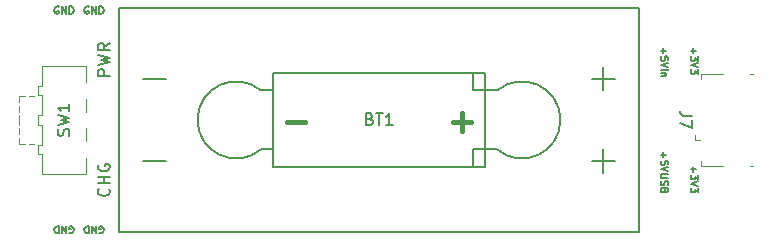
<source format=gbr>
G04 #@! TF.GenerationSoftware,KiCad,Pcbnew,5.1.6+dfsg1-1*
G04 #@! TF.CreationDate,2020-06-20T09:26:12-04:00*
G04 #@! TF.ProjectId,BreadBatt,42726561-6442-4617-9474-2e6b69636164,1*
G04 #@! TF.SameCoordinates,Original*
G04 #@! TF.FileFunction,Legend,Top*
G04 #@! TF.FilePolarity,Positive*
%FSLAX46Y46*%
G04 Gerber Fmt 4.6, Leading zero omitted, Abs format (unit mm)*
G04 Created by KiCad (PCBNEW 5.1.6+dfsg1-1) date 2020-06-20 09:26:12*
%MOMM*%
%LPD*%
G01*
G04 APERTURE LIST*
%ADD10C,0.152400*%
%ADD11C,0.406400*%
%ADD12C,0.150000*%
%ADD13C,0.100000*%
%ADD14C,0.120000*%
G04 APERTURE END LIST*
D10*
X115105542Y-98374200D02*
X115047485Y-98345171D01*
X114960400Y-98345171D01*
X114873314Y-98374200D01*
X114815257Y-98432257D01*
X114786228Y-98490314D01*
X114757200Y-98606428D01*
X114757200Y-98693514D01*
X114786228Y-98809628D01*
X114815257Y-98867685D01*
X114873314Y-98925742D01*
X114960400Y-98954771D01*
X115018457Y-98954771D01*
X115105542Y-98925742D01*
X115134571Y-98896714D01*
X115134571Y-98693514D01*
X115018457Y-98693514D01*
X115395828Y-98954771D02*
X115395828Y-98345171D01*
X115744171Y-98954771D01*
X115744171Y-98345171D01*
X116034457Y-98954771D02*
X116034457Y-98345171D01*
X116179600Y-98345171D01*
X116266685Y-98374200D01*
X116324742Y-98432257D01*
X116353771Y-98490314D01*
X116382800Y-98606428D01*
X116382800Y-98693514D01*
X116353771Y-98809628D01*
X116324742Y-98867685D01*
X116266685Y-98925742D01*
X116179600Y-98954771D01*
X116034457Y-98954771D01*
X116034457Y-117525800D02*
X116092514Y-117554828D01*
X116179600Y-117554828D01*
X116266685Y-117525800D01*
X116324742Y-117467742D01*
X116353771Y-117409685D01*
X116382800Y-117293571D01*
X116382800Y-117206485D01*
X116353771Y-117090371D01*
X116324742Y-117032314D01*
X116266685Y-116974257D01*
X116179600Y-116945228D01*
X116121542Y-116945228D01*
X116034457Y-116974257D01*
X116005428Y-117003285D01*
X116005428Y-117206485D01*
X116121542Y-117206485D01*
X115744171Y-116945228D02*
X115744171Y-117554828D01*
X115395828Y-116945228D01*
X115395828Y-117554828D01*
X115105542Y-116945228D02*
X115105542Y-117554828D01*
X114960400Y-117554828D01*
X114873314Y-117525800D01*
X114815257Y-117467742D01*
X114786228Y-117409685D01*
X114757200Y-117293571D01*
X114757200Y-117206485D01*
X114786228Y-117090371D01*
X114815257Y-117032314D01*
X114873314Y-116974257D01*
X114960400Y-116945228D01*
X115105542Y-116945228D01*
X163786457Y-110659454D02*
X163786457Y-111123911D01*
X163554228Y-110891682D02*
X164018685Y-110891682D01*
X164163828Y-111704482D02*
X164163828Y-111414197D01*
X163873542Y-111385168D01*
X163902571Y-111414197D01*
X163931600Y-111472254D01*
X163931600Y-111617397D01*
X163902571Y-111675454D01*
X163873542Y-111704482D01*
X163815485Y-111733511D01*
X163670342Y-111733511D01*
X163612285Y-111704482D01*
X163583257Y-111675454D01*
X163554228Y-111617397D01*
X163554228Y-111472254D01*
X163583257Y-111414197D01*
X163612285Y-111385168D01*
X164163828Y-111907682D02*
X163554228Y-112110882D01*
X164163828Y-112314082D01*
X164163828Y-112517282D02*
X163670342Y-112517282D01*
X163612285Y-112546311D01*
X163583257Y-112575340D01*
X163554228Y-112633397D01*
X163554228Y-112749511D01*
X163583257Y-112807568D01*
X163612285Y-112836597D01*
X163670342Y-112865625D01*
X164163828Y-112865625D01*
X163583257Y-113126882D02*
X163554228Y-113213968D01*
X163554228Y-113359111D01*
X163583257Y-113417168D01*
X163612285Y-113446197D01*
X163670342Y-113475225D01*
X163728400Y-113475225D01*
X163786457Y-113446197D01*
X163815485Y-113417168D01*
X163844514Y-113359111D01*
X163873542Y-113242997D01*
X163902571Y-113184940D01*
X163931600Y-113155911D01*
X163989657Y-113126882D01*
X164047714Y-113126882D01*
X164105771Y-113155911D01*
X164134800Y-113184940D01*
X164163828Y-113242997D01*
X164163828Y-113388140D01*
X164134800Y-113475225D01*
X163873542Y-113939682D02*
X163844514Y-114026768D01*
X163815485Y-114055797D01*
X163757428Y-114084825D01*
X163670342Y-114084825D01*
X163612285Y-114055797D01*
X163583257Y-114026768D01*
X163554228Y-113968711D01*
X163554228Y-113736482D01*
X164163828Y-113736482D01*
X164163828Y-113939682D01*
X164134800Y-113997740D01*
X164105771Y-114026768D01*
X164047714Y-114055797D01*
X163989657Y-114055797D01*
X163931600Y-114026768D01*
X163902571Y-113997740D01*
X163873542Y-113939682D01*
X163873542Y-113736482D01*
X163786457Y-101844202D02*
X163786457Y-102308660D01*
X163554228Y-102076431D02*
X164018685Y-102076431D01*
X164163828Y-102889231D02*
X164163828Y-102598945D01*
X163873542Y-102569917D01*
X163902571Y-102598945D01*
X163931600Y-102657002D01*
X163931600Y-102802145D01*
X163902571Y-102860202D01*
X163873542Y-102889231D01*
X163815485Y-102918260D01*
X163670342Y-102918260D01*
X163612285Y-102889231D01*
X163583257Y-102860202D01*
X163554228Y-102802145D01*
X163554228Y-102657002D01*
X163583257Y-102598945D01*
X163612285Y-102569917D01*
X164163828Y-103092431D02*
X163554228Y-103295631D01*
X164163828Y-103498831D01*
X163554228Y-103702031D02*
X163960628Y-103702031D01*
X164163828Y-103702031D02*
X164134800Y-103673002D01*
X164105771Y-103702031D01*
X164134800Y-103731060D01*
X164163828Y-103702031D01*
X164105771Y-103702031D01*
X163960628Y-103992317D02*
X163554228Y-103992317D01*
X163902571Y-103992317D02*
X163931600Y-104021345D01*
X163960628Y-104079402D01*
X163960628Y-104166488D01*
X163931600Y-104224545D01*
X163873542Y-104253574D01*
X163554228Y-104253574D01*
X166326457Y-111907682D02*
X166326457Y-112372140D01*
X166094228Y-112139911D02*
X166558685Y-112139911D01*
X166703828Y-112604368D02*
X166703828Y-112981740D01*
X166471600Y-112778540D01*
X166471600Y-112865625D01*
X166442571Y-112923682D01*
X166413542Y-112952711D01*
X166355485Y-112981740D01*
X166210342Y-112981740D01*
X166152285Y-112952711D01*
X166123257Y-112923682D01*
X166094228Y-112865625D01*
X166094228Y-112691454D01*
X166123257Y-112633397D01*
X166152285Y-112604368D01*
X166703828Y-113155911D02*
X166094228Y-113359111D01*
X166703828Y-113562311D01*
X166703828Y-113707454D02*
X166703828Y-114084825D01*
X166471600Y-113881625D01*
X166471600Y-113968711D01*
X166442571Y-114026768D01*
X166413542Y-114055797D01*
X166355485Y-114084825D01*
X166210342Y-114084825D01*
X166152285Y-114055797D01*
X166123257Y-114026768D01*
X166094228Y-113968711D01*
X166094228Y-113794540D01*
X166123257Y-113736482D01*
X166152285Y-113707454D01*
X166326457Y-101844202D02*
X166326457Y-102308660D01*
X166094228Y-102076431D02*
X166558685Y-102076431D01*
X166703828Y-102540888D02*
X166703828Y-102918260D01*
X166471600Y-102715060D01*
X166471600Y-102802145D01*
X166442571Y-102860202D01*
X166413542Y-102889231D01*
X166355485Y-102918260D01*
X166210342Y-102918260D01*
X166152285Y-102889231D01*
X166123257Y-102860202D01*
X166094228Y-102802145D01*
X166094228Y-102627974D01*
X166123257Y-102569917D01*
X166152285Y-102540888D01*
X166703828Y-103092431D02*
X166094228Y-103295631D01*
X166703828Y-103498831D01*
X166703828Y-103643974D02*
X166703828Y-104021345D01*
X166471600Y-103818145D01*
X166471600Y-103905231D01*
X166442571Y-103963288D01*
X166413542Y-103992317D01*
X166355485Y-104021345D01*
X166210342Y-104021345D01*
X166152285Y-103992317D01*
X166123257Y-103963288D01*
X166094228Y-103905231D01*
X166094228Y-103731060D01*
X166123257Y-103673002D01*
X166152285Y-103643974D01*
X113494457Y-117525800D02*
X113552514Y-117554828D01*
X113639600Y-117554828D01*
X113726685Y-117525800D01*
X113784742Y-117467742D01*
X113813771Y-117409685D01*
X113842800Y-117293571D01*
X113842800Y-117206485D01*
X113813771Y-117090371D01*
X113784742Y-117032314D01*
X113726685Y-116974257D01*
X113639600Y-116945228D01*
X113581542Y-116945228D01*
X113494457Y-116974257D01*
X113465428Y-117003285D01*
X113465428Y-117206485D01*
X113581542Y-117206485D01*
X113204171Y-116945228D02*
X113204171Y-117554828D01*
X112855828Y-116945228D01*
X112855828Y-117554828D01*
X112565542Y-116945228D02*
X112565542Y-117554828D01*
X112420400Y-117554828D01*
X112333314Y-117525800D01*
X112275257Y-117467742D01*
X112246228Y-117409685D01*
X112217200Y-117293571D01*
X112217200Y-117206485D01*
X112246228Y-117090371D01*
X112275257Y-117032314D01*
X112333314Y-116974257D01*
X112420400Y-116945228D01*
X112565542Y-116945228D01*
X112565542Y-98374200D02*
X112507485Y-98345171D01*
X112420400Y-98345171D01*
X112333314Y-98374200D01*
X112275257Y-98432257D01*
X112246228Y-98490314D01*
X112217200Y-98606428D01*
X112217200Y-98693514D01*
X112246228Y-98809628D01*
X112275257Y-98867685D01*
X112333314Y-98925742D01*
X112420400Y-98954771D01*
X112478457Y-98954771D01*
X112565542Y-98925742D01*
X112594571Y-98896714D01*
X112594571Y-98693514D01*
X112478457Y-98693514D01*
X112855828Y-98954771D02*
X112855828Y-98345171D01*
X113204171Y-98954771D01*
X113204171Y-98345171D01*
X113494457Y-98954771D02*
X113494457Y-98345171D01*
X113639600Y-98345171D01*
X113726685Y-98374200D01*
X113784742Y-98432257D01*
X113813771Y-98490314D01*
X113842800Y-98606428D01*
X113842800Y-98693514D01*
X113813771Y-98809628D01*
X113784742Y-98867685D01*
X113726685Y-98925742D01*
X113639600Y-98954771D01*
X113494457Y-98954771D01*
D11*
X147494095Y-108095142D02*
X145945904Y-108095142D01*
X146720000Y-108869238D02*
X146720000Y-107321047D01*
X133454095Y-108095142D02*
X131905904Y-108095142D01*
D10*
X116821857Y-113755714D02*
X116870238Y-113804095D01*
X116918619Y-113949238D01*
X116918619Y-114046000D01*
X116870238Y-114191142D01*
X116773476Y-114287904D01*
X116676714Y-114336285D01*
X116483190Y-114384666D01*
X116338047Y-114384666D01*
X116144523Y-114336285D01*
X116047761Y-114287904D01*
X115951000Y-114191142D01*
X115902619Y-114046000D01*
X115902619Y-113949238D01*
X115951000Y-113804095D01*
X115999380Y-113755714D01*
X116918619Y-113320285D02*
X115902619Y-113320285D01*
X116386428Y-113320285D02*
X116386428Y-112739714D01*
X116918619Y-112739714D02*
X115902619Y-112739714D01*
X115951000Y-111723714D02*
X115902619Y-111820476D01*
X115902619Y-111965619D01*
X115951000Y-112110761D01*
X116047761Y-112207523D01*
X116144523Y-112255904D01*
X116338047Y-112304285D01*
X116483190Y-112304285D01*
X116676714Y-112255904D01*
X116773476Y-112207523D01*
X116870238Y-112110761D01*
X116918619Y-111965619D01*
X116918619Y-111868857D01*
X116870238Y-111723714D01*
X116821857Y-111675333D01*
X116483190Y-111675333D01*
X116483190Y-111868857D01*
X116918619Y-104224666D02*
X115902619Y-104224666D01*
X115902619Y-103837619D01*
X115951000Y-103740857D01*
X115999380Y-103692476D01*
X116096142Y-103644095D01*
X116241285Y-103644095D01*
X116338047Y-103692476D01*
X116386428Y-103740857D01*
X116434809Y-103837619D01*
X116434809Y-104224666D01*
X115902619Y-103305428D02*
X116918619Y-103063523D01*
X116192904Y-102870000D01*
X116918619Y-102676476D01*
X115902619Y-102434571D01*
X116918619Y-101466952D02*
X116434809Y-101805619D01*
X116918619Y-102047523D02*
X115902619Y-102047523D01*
X115902619Y-101660476D01*
X115951000Y-101563714D01*
X115999380Y-101515333D01*
X116096142Y-101466952D01*
X116241285Y-101466952D01*
X116338047Y-101515333D01*
X116386428Y-101563714D01*
X116434809Y-101660476D01*
X116434809Y-102047523D01*
D12*
X129700000Y-110450000D02*
X130700000Y-110450000D01*
X129700000Y-105450000D02*
X130700000Y-105450000D01*
X147700000Y-110450000D02*
X147700000Y-111950000D01*
X148700000Y-110450000D02*
X147700000Y-110450000D01*
X147700000Y-105450000D02*
X148700000Y-105450000D01*
X147700000Y-103950000D02*
X147700000Y-105450000D01*
X148700000Y-103950000D02*
X148700000Y-111950000D01*
X130700000Y-111950000D02*
X130700000Y-103950000D01*
X148700000Y-103950000D02*
X130700000Y-103950000D01*
X148700000Y-111950000D02*
X130700000Y-111950000D01*
X149700000Y-105450000D02*
X148700000Y-105450000D01*
X149700000Y-110450000D02*
X148700000Y-110450000D01*
X121700000Y-111450000D02*
X119700000Y-111450000D01*
X121700000Y-104450000D02*
X119700000Y-104450000D01*
X159700000Y-104450000D02*
X157700000Y-104450000D01*
X158700000Y-105450000D02*
X158700000Y-103450000D01*
X158700000Y-110450000D02*
X158700000Y-112450000D01*
X159700000Y-111450000D02*
X157700000Y-111450000D01*
X117700000Y-117450000D02*
X161700000Y-117450000D01*
X117700000Y-98450000D02*
X117700000Y-117450000D01*
X161700000Y-98450000D02*
X117700000Y-98450000D01*
X161700000Y-117450000D02*
X161700000Y-98450000D01*
X149700000Y-105450000D02*
G75*
G02*
X149700000Y-110450000I2100000J-2500000D01*
G01*
X129700000Y-110450000D02*
G75*
G02*
X129700000Y-105450000I-2100000J2500000D01*
G01*
D13*
X113260000Y-113030000D02*
G75*
G03*
X113260000Y-113030000I-50000J0D01*
G01*
X113260000Y-102870000D02*
G75*
G03*
X113260000Y-102870000I-50000J0D01*
G01*
D14*
X166445100Y-109650000D02*
X166895100Y-109650000D01*
X166445100Y-109650000D02*
X166445100Y-109200000D01*
X166995100Y-104050000D02*
X166995100Y-104500000D01*
X168845100Y-104050000D02*
X166995100Y-104050000D01*
X171395100Y-111850000D02*
X171145100Y-111850000D01*
X171395100Y-104050000D02*
X171145100Y-104050000D01*
X168845100Y-111850000D02*
X166995100Y-111850000D01*
X166995100Y-111850000D02*
X166995100Y-111400000D01*
X114930000Y-111150000D02*
X114930000Y-112550000D01*
X114930000Y-112550000D02*
X111130000Y-112550000D01*
X111130000Y-103350000D02*
X114930000Y-103350000D01*
X114930000Y-103350000D02*
X114930000Y-104750000D01*
X114930000Y-109750000D02*
X114930000Y-108650000D01*
X114930000Y-108650000D02*
X114930000Y-108650000D01*
X114930000Y-107250000D02*
X114930000Y-106150000D01*
X114930000Y-106150000D02*
X114930000Y-106150000D01*
X111130000Y-112550000D02*
X111130000Y-110850000D01*
X111130000Y-110850000D02*
X110830000Y-110850000D01*
X110830000Y-110850000D02*
X110830000Y-110050000D01*
X110830000Y-110050000D02*
X111130000Y-110050000D01*
X111130000Y-110050000D02*
X111130000Y-108350000D01*
X111130000Y-108350000D02*
X110830000Y-108350000D01*
X110830000Y-108350000D02*
X110830000Y-107550000D01*
X110830000Y-107550000D02*
X111130000Y-107550000D01*
X111130000Y-107550000D02*
X111130000Y-105850000D01*
X111130000Y-105850000D02*
X110830000Y-105850000D01*
X110830000Y-105850000D02*
X110830000Y-105050000D01*
X110830000Y-105050000D02*
X111130000Y-105050000D01*
X111130000Y-105050000D02*
X111130000Y-103350000D01*
X111130000Y-103350000D02*
X111130000Y-103350000D01*
X109230000Y-105950000D02*
X109730000Y-105950000D01*
X109730000Y-105950000D02*
X109730000Y-105950000D01*
X109230000Y-105950000D02*
X109230000Y-106450000D01*
X109230000Y-106450000D02*
X109230000Y-106450000D01*
X109230000Y-109950000D02*
X109230000Y-109450000D01*
X109230000Y-109450000D02*
X109230000Y-109450000D01*
X109230000Y-109950000D02*
X109730000Y-109950000D01*
X109730000Y-109950000D02*
X109730000Y-109950000D01*
X110030000Y-109950000D02*
X110530000Y-109950000D01*
X110530000Y-109950000D02*
X110530000Y-109950000D01*
X110030000Y-105950000D02*
X110530000Y-105950000D01*
X110530000Y-105950000D02*
X110530000Y-105950000D01*
X109230000Y-106750000D02*
X109230000Y-107250000D01*
X109230000Y-107250000D02*
X109230000Y-107250000D01*
X109230000Y-109150000D02*
X109230000Y-108650000D01*
X109230000Y-108650000D02*
X109230000Y-108650000D01*
X109230000Y-108350000D02*
X109230000Y-107550000D01*
X109230000Y-107550000D02*
X109230000Y-107550000D01*
D12*
X138914285Y-107878571D02*
X139057142Y-107926190D01*
X139104761Y-107973809D01*
X139152380Y-108069047D01*
X139152380Y-108211904D01*
X139104761Y-108307142D01*
X139057142Y-108354761D01*
X138961904Y-108402380D01*
X138580952Y-108402380D01*
X138580952Y-107402380D01*
X138914285Y-107402380D01*
X139009523Y-107450000D01*
X139057142Y-107497619D01*
X139104761Y-107592857D01*
X139104761Y-107688095D01*
X139057142Y-107783333D01*
X139009523Y-107830952D01*
X138914285Y-107878571D01*
X138580952Y-107878571D01*
X139438095Y-107402380D02*
X140009523Y-107402380D01*
X139723809Y-108402380D02*
X139723809Y-107402380D01*
X140866666Y-108402380D02*
X140295238Y-108402380D01*
X140580952Y-108402380D02*
X140580952Y-107402380D01*
X140485714Y-107545238D01*
X140390476Y-107640476D01*
X140295238Y-107688095D01*
X166192719Y-107616666D02*
X165478433Y-107616666D01*
X165335576Y-107569047D01*
X165240338Y-107473809D01*
X165192719Y-107330952D01*
X165192719Y-107235714D01*
X166192719Y-107997619D02*
X166192719Y-108664285D01*
X165192719Y-108235714D01*
X113434761Y-109283333D02*
X113482380Y-109140476D01*
X113482380Y-108902380D01*
X113434761Y-108807142D01*
X113387142Y-108759523D01*
X113291904Y-108711904D01*
X113196666Y-108711904D01*
X113101428Y-108759523D01*
X113053809Y-108807142D01*
X113006190Y-108902380D01*
X112958571Y-109092857D01*
X112910952Y-109188095D01*
X112863333Y-109235714D01*
X112768095Y-109283333D01*
X112672857Y-109283333D01*
X112577619Y-109235714D01*
X112530000Y-109188095D01*
X112482380Y-109092857D01*
X112482380Y-108854761D01*
X112530000Y-108711904D01*
X112482380Y-108378571D02*
X113482380Y-108140476D01*
X112768095Y-107950000D01*
X113482380Y-107759523D01*
X112482380Y-107521428D01*
X113482380Y-106616666D02*
X113482380Y-107188095D01*
X113482380Y-106902380D02*
X112482380Y-106902380D01*
X112625238Y-106997619D01*
X112720476Y-107092857D01*
X112768095Y-107188095D01*
M02*

</source>
